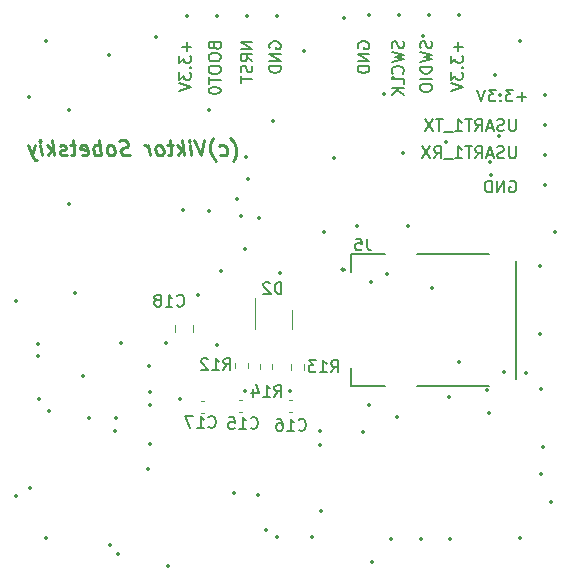
<source format=gbr>
%TF.GenerationSoftware,KiCad,Pcbnew,7.0.9*%
%TF.CreationDate,2024-01-29T23:24:25+02:00*%
%TF.ProjectId,TheftShield_Tracker,54686566-7453-4686-9965-6c645f547261,rev?*%
%TF.SameCoordinates,Original*%
%TF.FileFunction,Legend,Bot*%
%TF.FilePolarity,Positive*%
%FSLAX46Y46*%
G04 Gerber Fmt 4.6, Leading zero omitted, Abs format (unit mm)*
G04 Created by KiCad (PCBNEW 7.0.9) date 2024-01-29 23:24:25*
%MOMM*%
%LPD*%
G01*
G04 APERTURE LIST*
%ADD10C,0.150000*%
%ADD11C,0.254000*%
%ADD12C,0.120000*%
%ADD13C,0.200000*%
%ADD14C,0.240000*%
%ADD15C,0.350000*%
G04 APERTURE END LIST*
D10*
X151817438Y-81760588D02*
X151769819Y-81665350D01*
X151769819Y-81665350D02*
X151769819Y-81522493D01*
X151769819Y-81522493D02*
X151817438Y-81379636D01*
X151817438Y-81379636D02*
X151912676Y-81284398D01*
X151912676Y-81284398D02*
X152007914Y-81236779D01*
X152007914Y-81236779D02*
X152198390Y-81189160D01*
X152198390Y-81189160D02*
X152341247Y-81189160D01*
X152341247Y-81189160D02*
X152531723Y-81236779D01*
X152531723Y-81236779D02*
X152626961Y-81284398D01*
X152626961Y-81284398D02*
X152722200Y-81379636D01*
X152722200Y-81379636D02*
X152769819Y-81522493D01*
X152769819Y-81522493D02*
X152769819Y-81617731D01*
X152769819Y-81617731D02*
X152722200Y-81760588D01*
X152722200Y-81760588D02*
X152674580Y-81808207D01*
X152674580Y-81808207D02*
X152341247Y-81808207D01*
X152341247Y-81808207D02*
X152341247Y-81617731D01*
X152769819Y-82236779D02*
X151769819Y-82236779D01*
X151769819Y-82236779D02*
X152769819Y-82808207D01*
X152769819Y-82808207D02*
X151769819Y-82808207D01*
X152769819Y-83284398D02*
X151769819Y-83284398D01*
X151769819Y-83284398D02*
X151769819Y-83522493D01*
X151769819Y-83522493D02*
X151817438Y-83665350D01*
X151817438Y-83665350D02*
X151912676Y-83760588D01*
X151912676Y-83760588D02*
X152007914Y-83808207D01*
X152007914Y-83808207D02*
X152198390Y-83855826D01*
X152198390Y-83855826D02*
X152341247Y-83855826D01*
X152341247Y-83855826D02*
X152531723Y-83808207D01*
X152531723Y-83808207D02*
X152626961Y-83760588D01*
X152626961Y-83760588D02*
X152722200Y-83665350D01*
X152722200Y-83665350D02*
X152769819Y-83522493D01*
X152769819Y-83522493D02*
X152769819Y-83284398D01*
X147146009Y-81570112D02*
X147193628Y-81712969D01*
X147193628Y-81712969D02*
X147241247Y-81760588D01*
X147241247Y-81760588D02*
X147336485Y-81808207D01*
X147336485Y-81808207D02*
X147479342Y-81808207D01*
X147479342Y-81808207D02*
X147574580Y-81760588D01*
X147574580Y-81760588D02*
X147622200Y-81712969D01*
X147622200Y-81712969D02*
X147669819Y-81617731D01*
X147669819Y-81617731D02*
X147669819Y-81236779D01*
X147669819Y-81236779D02*
X146669819Y-81236779D01*
X146669819Y-81236779D02*
X146669819Y-81570112D01*
X146669819Y-81570112D02*
X146717438Y-81665350D01*
X146717438Y-81665350D02*
X146765057Y-81712969D01*
X146765057Y-81712969D02*
X146860295Y-81760588D01*
X146860295Y-81760588D02*
X146955533Y-81760588D01*
X146955533Y-81760588D02*
X147050771Y-81712969D01*
X147050771Y-81712969D02*
X147098390Y-81665350D01*
X147098390Y-81665350D02*
X147146009Y-81570112D01*
X147146009Y-81570112D02*
X147146009Y-81236779D01*
X146669819Y-82427255D02*
X146669819Y-82617731D01*
X146669819Y-82617731D02*
X146717438Y-82712969D01*
X146717438Y-82712969D02*
X146812676Y-82808207D01*
X146812676Y-82808207D02*
X147003152Y-82855826D01*
X147003152Y-82855826D02*
X147336485Y-82855826D01*
X147336485Y-82855826D02*
X147526961Y-82808207D01*
X147526961Y-82808207D02*
X147622200Y-82712969D01*
X147622200Y-82712969D02*
X147669819Y-82617731D01*
X147669819Y-82617731D02*
X147669819Y-82427255D01*
X147669819Y-82427255D02*
X147622200Y-82332017D01*
X147622200Y-82332017D02*
X147526961Y-82236779D01*
X147526961Y-82236779D02*
X147336485Y-82189160D01*
X147336485Y-82189160D02*
X147003152Y-82189160D01*
X147003152Y-82189160D02*
X146812676Y-82236779D01*
X146812676Y-82236779D02*
X146717438Y-82332017D01*
X146717438Y-82332017D02*
X146669819Y-82427255D01*
X146669819Y-83474874D02*
X146669819Y-83665350D01*
X146669819Y-83665350D02*
X146717438Y-83760588D01*
X146717438Y-83760588D02*
X146812676Y-83855826D01*
X146812676Y-83855826D02*
X147003152Y-83903445D01*
X147003152Y-83903445D02*
X147336485Y-83903445D01*
X147336485Y-83903445D02*
X147526961Y-83855826D01*
X147526961Y-83855826D02*
X147622200Y-83760588D01*
X147622200Y-83760588D02*
X147669819Y-83665350D01*
X147669819Y-83665350D02*
X147669819Y-83474874D01*
X147669819Y-83474874D02*
X147622200Y-83379636D01*
X147622200Y-83379636D02*
X147526961Y-83284398D01*
X147526961Y-83284398D02*
X147336485Y-83236779D01*
X147336485Y-83236779D02*
X147003152Y-83236779D01*
X147003152Y-83236779D02*
X146812676Y-83284398D01*
X146812676Y-83284398D02*
X146717438Y-83379636D01*
X146717438Y-83379636D02*
X146669819Y-83474874D01*
X146669819Y-84189160D02*
X146669819Y-84760588D01*
X147669819Y-84474874D02*
X146669819Y-84474874D01*
X146669819Y-85284398D02*
X146669819Y-85379636D01*
X146669819Y-85379636D02*
X146717438Y-85474874D01*
X146717438Y-85474874D02*
X146765057Y-85522493D01*
X146765057Y-85522493D02*
X146860295Y-85570112D01*
X146860295Y-85570112D02*
X147050771Y-85617731D01*
X147050771Y-85617731D02*
X147288866Y-85617731D01*
X147288866Y-85617731D02*
X147479342Y-85570112D01*
X147479342Y-85570112D02*
X147574580Y-85522493D01*
X147574580Y-85522493D02*
X147622200Y-85474874D01*
X147622200Y-85474874D02*
X147669819Y-85379636D01*
X147669819Y-85379636D02*
X147669819Y-85284398D01*
X147669819Y-85284398D02*
X147622200Y-85189160D01*
X147622200Y-85189160D02*
X147574580Y-85141541D01*
X147574580Y-85141541D02*
X147479342Y-85093922D01*
X147479342Y-85093922D02*
X147288866Y-85046303D01*
X147288866Y-85046303D02*
X147050771Y-85046303D01*
X147050771Y-85046303D02*
X146860295Y-85093922D01*
X146860295Y-85093922D02*
X146765057Y-85141541D01*
X146765057Y-85141541D02*
X146717438Y-85189160D01*
X146717438Y-85189160D02*
X146669819Y-85284398D01*
X172139411Y-93017438D02*
X172234649Y-92969819D01*
X172234649Y-92969819D02*
X172377506Y-92969819D01*
X172377506Y-92969819D02*
X172520363Y-93017438D01*
X172520363Y-93017438D02*
X172615601Y-93112676D01*
X172615601Y-93112676D02*
X172663220Y-93207914D01*
X172663220Y-93207914D02*
X172710839Y-93398390D01*
X172710839Y-93398390D02*
X172710839Y-93541247D01*
X172710839Y-93541247D02*
X172663220Y-93731723D01*
X172663220Y-93731723D02*
X172615601Y-93826961D01*
X172615601Y-93826961D02*
X172520363Y-93922200D01*
X172520363Y-93922200D02*
X172377506Y-93969819D01*
X172377506Y-93969819D02*
X172282268Y-93969819D01*
X172282268Y-93969819D02*
X172139411Y-93922200D01*
X172139411Y-93922200D02*
X172091792Y-93874580D01*
X172091792Y-93874580D02*
X172091792Y-93541247D01*
X172091792Y-93541247D02*
X172282268Y-93541247D01*
X171663220Y-93969819D02*
X171663220Y-92969819D01*
X171663220Y-92969819D02*
X171091792Y-93969819D01*
X171091792Y-93969819D02*
X171091792Y-92969819D01*
X170615601Y-93969819D02*
X170615601Y-92969819D01*
X170615601Y-92969819D02*
X170377506Y-92969819D01*
X170377506Y-92969819D02*
X170234649Y-93017438D01*
X170234649Y-93017438D02*
X170139411Y-93112676D01*
X170139411Y-93112676D02*
X170091792Y-93207914D01*
X170091792Y-93207914D02*
X170044173Y-93398390D01*
X170044173Y-93398390D02*
X170044173Y-93541247D01*
X170044173Y-93541247D02*
X170091792Y-93731723D01*
X170091792Y-93731723D02*
X170139411Y-93826961D01*
X170139411Y-93826961D02*
X170234649Y-93922200D01*
X170234649Y-93922200D02*
X170377506Y-93969819D01*
X170377506Y-93969819D02*
X170615601Y-93969819D01*
X163122200Y-81189160D02*
X163169819Y-81332017D01*
X163169819Y-81332017D02*
X163169819Y-81570112D01*
X163169819Y-81570112D02*
X163122200Y-81665350D01*
X163122200Y-81665350D02*
X163074580Y-81712969D01*
X163074580Y-81712969D02*
X162979342Y-81760588D01*
X162979342Y-81760588D02*
X162884104Y-81760588D01*
X162884104Y-81760588D02*
X162788866Y-81712969D01*
X162788866Y-81712969D02*
X162741247Y-81665350D01*
X162741247Y-81665350D02*
X162693628Y-81570112D01*
X162693628Y-81570112D02*
X162646009Y-81379636D01*
X162646009Y-81379636D02*
X162598390Y-81284398D01*
X162598390Y-81284398D02*
X162550771Y-81236779D01*
X162550771Y-81236779D02*
X162455533Y-81189160D01*
X162455533Y-81189160D02*
X162360295Y-81189160D01*
X162360295Y-81189160D02*
X162265057Y-81236779D01*
X162265057Y-81236779D02*
X162217438Y-81284398D01*
X162217438Y-81284398D02*
X162169819Y-81379636D01*
X162169819Y-81379636D02*
X162169819Y-81617731D01*
X162169819Y-81617731D02*
X162217438Y-81760588D01*
X162169819Y-82093922D02*
X163169819Y-82332017D01*
X163169819Y-82332017D02*
X162455533Y-82522493D01*
X162455533Y-82522493D02*
X163169819Y-82712969D01*
X163169819Y-82712969D02*
X162169819Y-82951065D01*
X163074580Y-83903445D02*
X163122200Y-83855826D01*
X163122200Y-83855826D02*
X163169819Y-83712969D01*
X163169819Y-83712969D02*
X163169819Y-83617731D01*
X163169819Y-83617731D02*
X163122200Y-83474874D01*
X163122200Y-83474874D02*
X163026961Y-83379636D01*
X163026961Y-83379636D02*
X162931723Y-83332017D01*
X162931723Y-83332017D02*
X162741247Y-83284398D01*
X162741247Y-83284398D02*
X162598390Y-83284398D01*
X162598390Y-83284398D02*
X162407914Y-83332017D01*
X162407914Y-83332017D02*
X162312676Y-83379636D01*
X162312676Y-83379636D02*
X162217438Y-83474874D01*
X162217438Y-83474874D02*
X162169819Y-83617731D01*
X162169819Y-83617731D02*
X162169819Y-83712969D01*
X162169819Y-83712969D02*
X162217438Y-83855826D01*
X162217438Y-83855826D02*
X162265057Y-83903445D01*
X163169819Y-84808207D02*
X163169819Y-84332017D01*
X163169819Y-84332017D02*
X162169819Y-84332017D01*
X163169819Y-85141541D02*
X162169819Y-85141541D01*
X163169819Y-85712969D02*
X162598390Y-85284398D01*
X162169819Y-85712969D02*
X162741247Y-85141541D01*
X167788866Y-81236779D02*
X167788866Y-81998684D01*
X168169819Y-81617731D02*
X167407914Y-81617731D01*
X167169819Y-82379636D02*
X167169819Y-82998683D01*
X167169819Y-82998683D02*
X167550771Y-82665350D01*
X167550771Y-82665350D02*
X167550771Y-82808207D01*
X167550771Y-82808207D02*
X167598390Y-82903445D01*
X167598390Y-82903445D02*
X167646009Y-82951064D01*
X167646009Y-82951064D02*
X167741247Y-82998683D01*
X167741247Y-82998683D02*
X167979342Y-82998683D01*
X167979342Y-82998683D02*
X168074580Y-82951064D01*
X168074580Y-82951064D02*
X168122200Y-82903445D01*
X168122200Y-82903445D02*
X168169819Y-82808207D01*
X168169819Y-82808207D02*
X168169819Y-82522493D01*
X168169819Y-82522493D02*
X168122200Y-82427255D01*
X168122200Y-82427255D02*
X168074580Y-82379636D01*
X168074580Y-83427255D02*
X168122200Y-83474874D01*
X168122200Y-83474874D02*
X168169819Y-83427255D01*
X168169819Y-83427255D02*
X168122200Y-83379636D01*
X168122200Y-83379636D02*
X168074580Y-83427255D01*
X168074580Y-83427255D02*
X168169819Y-83427255D01*
X167169819Y-83808207D02*
X167169819Y-84427254D01*
X167169819Y-84427254D02*
X167550771Y-84093921D01*
X167550771Y-84093921D02*
X167550771Y-84236778D01*
X167550771Y-84236778D02*
X167598390Y-84332016D01*
X167598390Y-84332016D02*
X167646009Y-84379635D01*
X167646009Y-84379635D02*
X167741247Y-84427254D01*
X167741247Y-84427254D02*
X167979342Y-84427254D01*
X167979342Y-84427254D02*
X168074580Y-84379635D01*
X168074580Y-84379635D02*
X168122200Y-84332016D01*
X168122200Y-84332016D02*
X168169819Y-84236778D01*
X168169819Y-84236778D02*
X168169819Y-83951064D01*
X168169819Y-83951064D02*
X168122200Y-83855826D01*
X168122200Y-83855826D02*
X168074580Y-83808207D01*
X167169819Y-84712969D02*
X168169819Y-85046302D01*
X168169819Y-85046302D02*
X167169819Y-85379635D01*
X165522200Y-81189160D02*
X165569819Y-81332017D01*
X165569819Y-81332017D02*
X165569819Y-81570112D01*
X165569819Y-81570112D02*
X165522200Y-81665350D01*
X165522200Y-81665350D02*
X165474580Y-81712969D01*
X165474580Y-81712969D02*
X165379342Y-81760588D01*
X165379342Y-81760588D02*
X165284104Y-81760588D01*
X165284104Y-81760588D02*
X165188866Y-81712969D01*
X165188866Y-81712969D02*
X165141247Y-81665350D01*
X165141247Y-81665350D02*
X165093628Y-81570112D01*
X165093628Y-81570112D02*
X165046009Y-81379636D01*
X165046009Y-81379636D02*
X164998390Y-81284398D01*
X164998390Y-81284398D02*
X164950771Y-81236779D01*
X164950771Y-81236779D02*
X164855533Y-81189160D01*
X164855533Y-81189160D02*
X164760295Y-81189160D01*
X164760295Y-81189160D02*
X164665057Y-81236779D01*
X164665057Y-81236779D02*
X164617438Y-81284398D01*
X164617438Y-81284398D02*
X164569819Y-81379636D01*
X164569819Y-81379636D02*
X164569819Y-81617731D01*
X164569819Y-81617731D02*
X164617438Y-81760588D01*
X164569819Y-82093922D02*
X165569819Y-82332017D01*
X165569819Y-82332017D02*
X164855533Y-82522493D01*
X164855533Y-82522493D02*
X165569819Y-82712969D01*
X165569819Y-82712969D02*
X164569819Y-82951065D01*
X165569819Y-83332017D02*
X164569819Y-83332017D01*
X164569819Y-83332017D02*
X164569819Y-83570112D01*
X164569819Y-83570112D02*
X164617438Y-83712969D01*
X164617438Y-83712969D02*
X164712676Y-83808207D01*
X164712676Y-83808207D02*
X164807914Y-83855826D01*
X164807914Y-83855826D02*
X164998390Y-83903445D01*
X164998390Y-83903445D02*
X165141247Y-83903445D01*
X165141247Y-83903445D02*
X165331723Y-83855826D01*
X165331723Y-83855826D02*
X165426961Y-83808207D01*
X165426961Y-83808207D02*
X165522200Y-83712969D01*
X165522200Y-83712969D02*
X165569819Y-83570112D01*
X165569819Y-83570112D02*
X165569819Y-83332017D01*
X165569819Y-84332017D02*
X164569819Y-84332017D01*
X164569819Y-84998683D02*
X164569819Y-85189159D01*
X164569819Y-85189159D02*
X164617438Y-85284397D01*
X164617438Y-85284397D02*
X164712676Y-85379635D01*
X164712676Y-85379635D02*
X164903152Y-85427254D01*
X164903152Y-85427254D02*
X165236485Y-85427254D01*
X165236485Y-85427254D02*
X165426961Y-85379635D01*
X165426961Y-85379635D02*
X165522200Y-85284397D01*
X165522200Y-85284397D02*
X165569819Y-85189159D01*
X165569819Y-85189159D02*
X165569819Y-84998683D01*
X165569819Y-84998683D02*
X165522200Y-84903445D01*
X165522200Y-84903445D02*
X165426961Y-84808207D01*
X165426961Y-84808207D02*
X165236485Y-84760588D01*
X165236485Y-84760588D02*
X164903152Y-84760588D01*
X164903152Y-84760588D02*
X164712676Y-84808207D01*
X164712676Y-84808207D02*
X164617438Y-84903445D01*
X164617438Y-84903445D02*
X164569819Y-84998683D01*
X144788866Y-81236779D02*
X144788866Y-81998684D01*
X145169819Y-81617731D02*
X144407914Y-81617731D01*
X144169819Y-82379636D02*
X144169819Y-82998683D01*
X144169819Y-82998683D02*
X144550771Y-82665350D01*
X144550771Y-82665350D02*
X144550771Y-82808207D01*
X144550771Y-82808207D02*
X144598390Y-82903445D01*
X144598390Y-82903445D02*
X144646009Y-82951064D01*
X144646009Y-82951064D02*
X144741247Y-82998683D01*
X144741247Y-82998683D02*
X144979342Y-82998683D01*
X144979342Y-82998683D02*
X145074580Y-82951064D01*
X145074580Y-82951064D02*
X145122200Y-82903445D01*
X145122200Y-82903445D02*
X145169819Y-82808207D01*
X145169819Y-82808207D02*
X145169819Y-82522493D01*
X145169819Y-82522493D02*
X145122200Y-82427255D01*
X145122200Y-82427255D02*
X145074580Y-82379636D01*
X145074580Y-83427255D02*
X145122200Y-83474874D01*
X145122200Y-83474874D02*
X145169819Y-83427255D01*
X145169819Y-83427255D02*
X145122200Y-83379636D01*
X145122200Y-83379636D02*
X145074580Y-83427255D01*
X145074580Y-83427255D02*
X145169819Y-83427255D01*
X144169819Y-83808207D02*
X144169819Y-84427254D01*
X144169819Y-84427254D02*
X144550771Y-84093921D01*
X144550771Y-84093921D02*
X144550771Y-84236778D01*
X144550771Y-84236778D02*
X144598390Y-84332016D01*
X144598390Y-84332016D02*
X144646009Y-84379635D01*
X144646009Y-84379635D02*
X144741247Y-84427254D01*
X144741247Y-84427254D02*
X144979342Y-84427254D01*
X144979342Y-84427254D02*
X145074580Y-84379635D01*
X145074580Y-84379635D02*
X145122200Y-84332016D01*
X145122200Y-84332016D02*
X145169819Y-84236778D01*
X145169819Y-84236778D02*
X145169819Y-83951064D01*
X145169819Y-83951064D02*
X145122200Y-83855826D01*
X145122200Y-83855826D02*
X145074580Y-83808207D01*
X144169819Y-84712969D02*
X145169819Y-85046302D01*
X145169819Y-85046302D02*
X144169819Y-85379635D01*
X173563220Y-85888866D02*
X172801316Y-85888866D01*
X173182268Y-86269819D02*
X173182268Y-85507914D01*
X172420363Y-85269819D02*
X171801316Y-85269819D01*
X171801316Y-85269819D02*
X172134649Y-85650771D01*
X172134649Y-85650771D02*
X171991792Y-85650771D01*
X171991792Y-85650771D02*
X171896554Y-85698390D01*
X171896554Y-85698390D02*
X171848935Y-85746009D01*
X171848935Y-85746009D02*
X171801316Y-85841247D01*
X171801316Y-85841247D02*
X171801316Y-86079342D01*
X171801316Y-86079342D02*
X171848935Y-86174580D01*
X171848935Y-86174580D02*
X171896554Y-86222200D01*
X171896554Y-86222200D02*
X171991792Y-86269819D01*
X171991792Y-86269819D02*
X172277506Y-86269819D01*
X172277506Y-86269819D02*
X172372744Y-86222200D01*
X172372744Y-86222200D02*
X172420363Y-86174580D01*
X171372744Y-86174580D02*
X171325125Y-86222200D01*
X171325125Y-86222200D02*
X171372744Y-86269819D01*
X171372744Y-86269819D02*
X171420363Y-86222200D01*
X171420363Y-86222200D02*
X171372744Y-86174580D01*
X171372744Y-86174580D02*
X171372744Y-86269819D01*
X170991792Y-85269819D02*
X170372745Y-85269819D01*
X170372745Y-85269819D02*
X170706078Y-85650771D01*
X170706078Y-85650771D02*
X170563221Y-85650771D01*
X170563221Y-85650771D02*
X170467983Y-85698390D01*
X170467983Y-85698390D02*
X170420364Y-85746009D01*
X170420364Y-85746009D02*
X170372745Y-85841247D01*
X170372745Y-85841247D02*
X170372745Y-86079342D01*
X170372745Y-86079342D02*
X170420364Y-86174580D01*
X170420364Y-86174580D02*
X170467983Y-86222200D01*
X170467983Y-86222200D02*
X170563221Y-86269819D01*
X170563221Y-86269819D02*
X170848935Y-86269819D01*
X170848935Y-86269819D02*
X170944173Y-86222200D01*
X170944173Y-86222200D02*
X170991792Y-86174580D01*
X170087030Y-85269819D02*
X169753697Y-86269819D01*
X169753697Y-86269819D02*
X169420364Y-85269819D01*
X172663220Y-87769819D02*
X172663220Y-88579342D01*
X172663220Y-88579342D02*
X172615601Y-88674580D01*
X172615601Y-88674580D02*
X172567982Y-88722200D01*
X172567982Y-88722200D02*
X172472744Y-88769819D01*
X172472744Y-88769819D02*
X172282268Y-88769819D01*
X172282268Y-88769819D02*
X172187030Y-88722200D01*
X172187030Y-88722200D02*
X172139411Y-88674580D01*
X172139411Y-88674580D02*
X172091792Y-88579342D01*
X172091792Y-88579342D02*
X172091792Y-87769819D01*
X171663220Y-88722200D02*
X171520363Y-88769819D01*
X171520363Y-88769819D02*
X171282268Y-88769819D01*
X171282268Y-88769819D02*
X171187030Y-88722200D01*
X171187030Y-88722200D02*
X171139411Y-88674580D01*
X171139411Y-88674580D02*
X171091792Y-88579342D01*
X171091792Y-88579342D02*
X171091792Y-88484104D01*
X171091792Y-88484104D02*
X171139411Y-88388866D01*
X171139411Y-88388866D02*
X171187030Y-88341247D01*
X171187030Y-88341247D02*
X171282268Y-88293628D01*
X171282268Y-88293628D02*
X171472744Y-88246009D01*
X171472744Y-88246009D02*
X171567982Y-88198390D01*
X171567982Y-88198390D02*
X171615601Y-88150771D01*
X171615601Y-88150771D02*
X171663220Y-88055533D01*
X171663220Y-88055533D02*
X171663220Y-87960295D01*
X171663220Y-87960295D02*
X171615601Y-87865057D01*
X171615601Y-87865057D02*
X171567982Y-87817438D01*
X171567982Y-87817438D02*
X171472744Y-87769819D01*
X171472744Y-87769819D02*
X171234649Y-87769819D01*
X171234649Y-87769819D02*
X171091792Y-87817438D01*
X170710839Y-88484104D02*
X170234649Y-88484104D01*
X170806077Y-88769819D02*
X170472744Y-87769819D01*
X170472744Y-87769819D02*
X170139411Y-88769819D01*
X169234649Y-88769819D02*
X169567982Y-88293628D01*
X169806077Y-88769819D02*
X169806077Y-87769819D01*
X169806077Y-87769819D02*
X169425125Y-87769819D01*
X169425125Y-87769819D02*
X169329887Y-87817438D01*
X169329887Y-87817438D02*
X169282268Y-87865057D01*
X169282268Y-87865057D02*
X169234649Y-87960295D01*
X169234649Y-87960295D02*
X169234649Y-88103152D01*
X169234649Y-88103152D02*
X169282268Y-88198390D01*
X169282268Y-88198390D02*
X169329887Y-88246009D01*
X169329887Y-88246009D02*
X169425125Y-88293628D01*
X169425125Y-88293628D02*
X169806077Y-88293628D01*
X168948934Y-87769819D02*
X168377506Y-87769819D01*
X168663220Y-88769819D02*
X168663220Y-87769819D01*
X167520363Y-88769819D02*
X168091791Y-88769819D01*
X167806077Y-88769819D02*
X167806077Y-87769819D01*
X167806077Y-87769819D02*
X167901315Y-87912676D01*
X167901315Y-87912676D02*
X167996553Y-88007914D01*
X167996553Y-88007914D02*
X168091791Y-88055533D01*
X167329887Y-88865057D02*
X166567982Y-88865057D01*
X166472743Y-87769819D02*
X165901315Y-87769819D01*
X166187029Y-88769819D02*
X166187029Y-87769819D01*
X165663219Y-87769819D02*
X164996553Y-88769819D01*
X164996553Y-87769819D02*
X165663219Y-88769819D01*
X159317438Y-81760588D02*
X159269819Y-81665350D01*
X159269819Y-81665350D02*
X159269819Y-81522493D01*
X159269819Y-81522493D02*
X159317438Y-81379636D01*
X159317438Y-81379636D02*
X159412676Y-81284398D01*
X159412676Y-81284398D02*
X159507914Y-81236779D01*
X159507914Y-81236779D02*
X159698390Y-81189160D01*
X159698390Y-81189160D02*
X159841247Y-81189160D01*
X159841247Y-81189160D02*
X160031723Y-81236779D01*
X160031723Y-81236779D02*
X160126961Y-81284398D01*
X160126961Y-81284398D02*
X160222200Y-81379636D01*
X160222200Y-81379636D02*
X160269819Y-81522493D01*
X160269819Y-81522493D02*
X160269819Y-81617731D01*
X160269819Y-81617731D02*
X160222200Y-81760588D01*
X160222200Y-81760588D02*
X160174580Y-81808207D01*
X160174580Y-81808207D02*
X159841247Y-81808207D01*
X159841247Y-81808207D02*
X159841247Y-81617731D01*
X160269819Y-82236779D02*
X159269819Y-82236779D01*
X159269819Y-82236779D02*
X160269819Y-82808207D01*
X160269819Y-82808207D02*
X159269819Y-82808207D01*
X160269819Y-83284398D02*
X159269819Y-83284398D01*
X159269819Y-83284398D02*
X159269819Y-83522493D01*
X159269819Y-83522493D02*
X159317438Y-83665350D01*
X159317438Y-83665350D02*
X159412676Y-83760588D01*
X159412676Y-83760588D02*
X159507914Y-83808207D01*
X159507914Y-83808207D02*
X159698390Y-83855826D01*
X159698390Y-83855826D02*
X159841247Y-83855826D01*
X159841247Y-83855826D02*
X160031723Y-83808207D01*
X160031723Y-83808207D02*
X160126961Y-83760588D01*
X160126961Y-83760588D02*
X160222200Y-83665350D01*
X160222200Y-83665350D02*
X160269819Y-83522493D01*
X160269819Y-83522493D02*
X160269819Y-83284398D01*
X172663220Y-90069819D02*
X172663220Y-90879342D01*
X172663220Y-90879342D02*
X172615601Y-90974580D01*
X172615601Y-90974580D02*
X172567982Y-91022200D01*
X172567982Y-91022200D02*
X172472744Y-91069819D01*
X172472744Y-91069819D02*
X172282268Y-91069819D01*
X172282268Y-91069819D02*
X172187030Y-91022200D01*
X172187030Y-91022200D02*
X172139411Y-90974580D01*
X172139411Y-90974580D02*
X172091792Y-90879342D01*
X172091792Y-90879342D02*
X172091792Y-90069819D01*
X171663220Y-91022200D02*
X171520363Y-91069819D01*
X171520363Y-91069819D02*
X171282268Y-91069819D01*
X171282268Y-91069819D02*
X171187030Y-91022200D01*
X171187030Y-91022200D02*
X171139411Y-90974580D01*
X171139411Y-90974580D02*
X171091792Y-90879342D01*
X171091792Y-90879342D02*
X171091792Y-90784104D01*
X171091792Y-90784104D02*
X171139411Y-90688866D01*
X171139411Y-90688866D02*
X171187030Y-90641247D01*
X171187030Y-90641247D02*
X171282268Y-90593628D01*
X171282268Y-90593628D02*
X171472744Y-90546009D01*
X171472744Y-90546009D02*
X171567982Y-90498390D01*
X171567982Y-90498390D02*
X171615601Y-90450771D01*
X171615601Y-90450771D02*
X171663220Y-90355533D01*
X171663220Y-90355533D02*
X171663220Y-90260295D01*
X171663220Y-90260295D02*
X171615601Y-90165057D01*
X171615601Y-90165057D02*
X171567982Y-90117438D01*
X171567982Y-90117438D02*
X171472744Y-90069819D01*
X171472744Y-90069819D02*
X171234649Y-90069819D01*
X171234649Y-90069819D02*
X171091792Y-90117438D01*
X170710839Y-90784104D02*
X170234649Y-90784104D01*
X170806077Y-91069819D02*
X170472744Y-90069819D01*
X170472744Y-90069819D02*
X170139411Y-91069819D01*
X169234649Y-91069819D02*
X169567982Y-90593628D01*
X169806077Y-91069819D02*
X169806077Y-90069819D01*
X169806077Y-90069819D02*
X169425125Y-90069819D01*
X169425125Y-90069819D02*
X169329887Y-90117438D01*
X169329887Y-90117438D02*
X169282268Y-90165057D01*
X169282268Y-90165057D02*
X169234649Y-90260295D01*
X169234649Y-90260295D02*
X169234649Y-90403152D01*
X169234649Y-90403152D02*
X169282268Y-90498390D01*
X169282268Y-90498390D02*
X169329887Y-90546009D01*
X169329887Y-90546009D02*
X169425125Y-90593628D01*
X169425125Y-90593628D02*
X169806077Y-90593628D01*
X168948934Y-90069819D02*
X168377506Y-90069819D01*
X168663220Y-91069819D02*
X168663220Y-90069819D01*
X167520363Y-91069819D02*
X168091791Y-91069819D01*
X167806077Y-91069819D02*
X167806077Y-90069819D01*
X167806077Y-90069819D02*
X167901315Y-90212676D01*
X167901315Y-90212676D02*
X167996553Y-90307914D01*
X167996553Y-90307914D02*
X168091791Y-90355533D01*
X167329887Y-91165057D02*
X166567982Y-91165057D01*
X165758458Y-91069819D02*
X166091791Y-90593628D01*
X166329886Y-91069819D02*
X166329886Y-90069819D01*
X166329886Y-90069819D02*
X165948934Y-90069819D01*
X165948934Y-90069819D02*
X165853696Y-90117438D01*
X165853696Y-90117438D02*
X165806077Y-90165057D01*
X165806077Y-90165057D02*
X165758458Y-90260295D01*
X165758458Y-90260295D02*
X165758458Y-90403152D01*
X165758458Y-90403152D02*
X165806077Y-90498390D01*
X165806077Y-90498390D02*
X165853696Y-90546009D01*
X165853696Y-90546009D02*
X165948934Y-90593628D01*
X165948934Y-90593628D02*
X166329886Y-90593628D01*
X165425124Y-90069819D02*
X164758458Y-91069819D01*
X164758458Y-90069819D02*
X165425124Y-91069819D01*
D11*
X148735692Y-91315177D02*
X148788609Y-91254701D01*
X148788609Y-91254701D02*
X148886883Y-91073272D01*
X148886883Y-91073272D02*
X148932240Y-90952320D01*
X148932240Y-90952320D02*
X148970037Y-90770892D01*
X148970037Y-90770892D02*
X148992716Y-90468511D01*
X148992716Y-90468511D02*
X148962478Y-90226606D01*
X148962478Y-90226606D02*
X148864204Y-89924225D01*
X148864204Y-89924225D02*
X148781049Y-89742796D01*
X148781049Y-89742796D02*
X148705454Y-89621844D01*
X148705454Y-89621844D02*
X148561823Y-89440415D01*
X148561823Y-89440415D02*
X148493787Y-89379939D01*
X147639561Y-90770892D02*
X147768073Y-90831368D01*
X147768073Y-90831368D02*
X148009978Y-90831368D01*
X148009978Y-90831368D02*
X148123370Y-90770892D01*
X148123370Y-90770892D02*
X148176287Y-90710415D01*
X148176287Y-90710415D02*
X148221644Y-90589463D01*
X148221644Y-90589463D02*
X148176287Y-90226606D01*
X148176287Y-90226606D02*
X148100692Y-90105653D01*
X148100692Y-90105653D02*
X148032656Y-90045177D01*
X148032656Y-90045177D02*
X147904144Y-89984701D01*
X147904144Y-89984701D02*
X147662239Y-89984701D01*
X147662239Y-89984701D02*
X147548847Y-90045177D01*
X147284264Y-91315177D02*
X147216228Y-91254701D01*
X147216228Y-91254701D02*
X147072597Y-91073272D01*
X147072597Y-91073272D02*
X146997002Y-90952320D01*
X146997002Y-90952320D02*
X146913847Y-90770892D01*
X146913847Y-90770892D02*
X146815573Y-90468511D01*
X146815573Y-90468511D02*
X146785335Y-90226606D01*
X146785335Y-90226606D02*
X146808014Y-89924225D01*
X146808014Y-89924225D02*
X146845811Y-89742796D01*
X146845811Y-89742796D02*
X146891168Y-89621844D01*
X146891168Y-89621844D02*
X146989442Y-89440415D01*
X146989442Y-89440415D02*
X147042359Y-89379939D01*
X146278847Y-89561368D02*
X146014263Y-90831368D01*
X146014263Y-90831368D02*
X145432180Y-89561368D01*
X145167597Y-90831368D02*
X145061764Y-89984701D01*
X145008847Y-89561368D02*
X145076883Y-89621844D01*
X145076883Y-89621844D02*
X145023966Y-89682320D01*
X145023966Y-89682320D02*
X144955930Y-89621844D01*
X144955930Y-89621844D02*
X145008847Y-89561368D01*
X145008847Y-89561368D02*
X145023966Y-89682320D01*
X144562835Y-90831368D02*
X144404085Y-89561368D01*
X144381407Y-90347558D02*
X144079026Y-90831368D01*
X143973192Y-89984701D02*
X144517478Y-90468511D01*
X143610335Y-89984701D02*
X143126526Y-89984701D01*
X143375990Y-89561368D02*
X143512062Y-90649939D01*
X143512062Y-90649939D02*
X143466704Y-90770892D01*
X143466704Y-90770892D02*
X143353312Y-90831368D01*
X143353312Y-90831368D02*
X143232359Y-90831368D01*
X142627598Y-90831368D02*
X142740990Y-90770892D01*
X142740990Y-90770892D02*
X142793907Y-90710415D01*
X142793907Y-90710415D02*
X142839264Y-90589463D01*
X142839264Y-90589463D02*
X142793907Y-90226606D01*
X142793907Y-90226606D02*
X142718312Y-90105653D01*
X142718312Y-90105653D02*
X142650276Y-90045177D01*
X142650276Y-90045177D02*
X142521764Y-89984701D01*
X142521764Y-89984701D02*
X142340336Y-89984701D01*
X142340336Y-89984701D02*
X142226943Y-90045177D01*
X142226943Y-90045177D02*
X142174026Y-90105653D01*
X142174026Y-90105653D02*
X142128669Y-90226606D01*
X142128669Y-90226606D02*
X142174026Y-90589463D01*
X142174026Y-90589463D02*
X142249621Y-90710415D01*
X142249621Y-90710415D02*
X142317657Y-90770892D01*
X142317657Y-90770892D02*
X142446169Y-90831368D01*
X142446169Y-90831368D02*
X142627598Y-90831368D01*
X141659978Y-90831368D02*
X141554145Y-89984701D01*
X141584383Y-90226606D02*
X141508788Y-90105653D01*
X141508788Y-90105653D02*
X141440752Y-90045177D01*
X141440752Y-90045177D02*
X141312240Y-89984701D01*
X141312240Y-89984701D02*
X141191288Y-89984701D01*
X139959086Y-90770892D02*
X139785217Y-90831368D01*
X139785217Y-90831368D02*
X139482836Y-90831368D01*
X139482836Y-90831368D02*
X139354324Y-90770892D01*
X139354324Y-90770892D02*
X139286288Y-90710415D01*
X139286288Y-90710415D02*
X139210693Y-90589463D01*
X139210693Y-90589463D02*
X139195574Y-90468511D01*
X139195574Y-90468511D02*
X139240931Y-90347558D01*
X139240931Y-90347558D02*
X139293848Y-90287082D01*
X139293848Y-90287082D02*
X139407241Y-90226606D01*
X139407241Y-90226606D02*
X139641586Y-90166130D01*
X139641586Y-90166130D02*
X139754979Y-90105653D01*
X139754979Y-90105653D02*
X139807895Y-90045177D01*
X139807895Y-90045177D02*
X139853252Y-89924225D01*
X139853252Y-89924225D02*
X139838133Y-89803272D01*
X139838133Y-89803272D02*
X139762538Y-89682320D01*
X139762538Y-89682320D02*
X139694502Y-89621844D01*
X139694502Y-89621844D02*
X139565991Y-89561368D01*
X139565991Y-89561368D02*
X139263610Y-89561368D01*
X139263610Y-89561368D02*
X139089741Y-89621844D01*
X138515217Y-90831368D02*
X138628609Y-90770892D01*
X138628609Y-90770892D02*
X138681526Y-90710415D01*
X138681526Y-90710415D02*
X138726883Y-90589463D01*
X138726883Y-90589463D02*
X138681526Y-90226606D01*
X138681526Y-90226606D02*
X138605931Y-90105653D01*
X138605931Y-90105653D02*
X138537895Y-90045177D01*
X138537895Y-90045177D02*
X138409383Y-89984701D01*
X138409383Y-89984701D02*
X138227955Y-89984701D01*
X138227955Y-89984701D02*
X138114562Y-90045177D01*
X138114562Y-90045177D02*
X138061645Y-90105653D01*
X138061645Y-90105653D02*
X138016288Y-90226606D01*
X138016288Y-90226606D02*
X138061645Y-90589463D01*
X138061645Y-90589463D02*
X138137240Y-90710415D01*
X138137240Y-90710415D02*
X138205276Y-90770892D01*
X138205276Y-90770892D02*
X138333788Y-90831368D01*
X138333788Y-90831368D02*
X138515217Y-90831368D01*
X137547597Y-90831368D02*
X137388847Y-89561368D01*
X137449323Y-90045177D02*
X137320811Y-89984701D01*
X137320811Y-89984701D02*
X137078907Y-89984701D01*
X137078907Y-89984701D02*
X136965514Y-90045177D01*
X136965514Y-90045177D02*
X136912597Y-90105653D01*
X136912597Y-90105653D02*
X136867240Y-90226606D01*
X136867240Y-90226606D02*
X136912597Y-90589463D01*
X136912597Y-90589463D02*
X136988192Y-90710415D01*
X136988192Y-90710415D02*
X137056228Y-90770892D01*
X137056228Y-90770892D02*
X137184740Y-90831368D01*
X137184740Y-90831368D02*
X137426645Y-90831368D01*
X137426645Y-90831368D02*
X137540038Y-90770892D01*
X135907180Y-90770892D02*
X136035692Y-90831368D01*
X136035692Y-90831368D02*
X136277597Y-90831368D01*
X136277597Y-90831368D02*
X136390990Y-90770892D01*
X136390990Y-90770892D02*
X136436347Y-90649939D01*
X136436347Y-90649939D02*
X136375871Y-90166130D01*
X136375871Y-90166130D02*
X136300275Y-90045177D01*
X136300275Y-90045177D02*
X136171763Y-89984701D01*
X136171763Y-89984701D02*
X135929859Y-89984701D01*
X135929859Y-89984701D02*
X135816466Y-90045177D01*
X135816466Y-90045177D02*
X135771109Y-90166130D01*
X135771109Y-90166130D02*
X135786228Y-90287082D01*
X135786228Y-90287082D02*
X136406109Y-90408034D01*
X135385573Y-89984701D02*
X134901764Y-89984701D01*
X135151228Y-89561368D02*
X135287300Y-90649939D01*
X135287300Y-90649939D02*
X135241942Y-90770892D01*
X135241942Y-90770892D02*
X135128550Y-90831368D01*
X135128550Y-90831368D02*
X135007597Y-90831368D01*
X134637181Y-90770892D02*
X134523788Y-90831368D01*
X134523788Y-90831368D02*
X134281883Y-90831368D01*
X134281883Y-90831368D02*
X134153371Y-90770892D01*
X134153371Y-90770892D02*
X134077776Y-90649939D01*
X134077776Y-90649939D02*
X134070216Y-90589463D01*
X134070216Y-90589463D02*
X134115574Y-90468511D01*
X134115574Y-90468511D02*
X134228966Y-90408034D01*
X134228966Y-90408034D02*
X134410395Y-90408034D01*
X134410395Y-90408034D02*
X134523788Y-90347558D01*
X134523788Y-90347558D02*
X134569145Y-90226606D01*
X134569145Y-90226606D02*
X134561586Y-90166130D01*
X134561586Y-90166130D02*
X134485990Y-90045177D01*
X134485990Y-90045177D02*
X134357478Y-89984701D01*
X134357478Y-89984701D02*
X134176050Y-89984701D01*
X134176050Y-89984701D02*
X134062657Y-90045177D01*
X133556169Y-90831368D02*
X133397419Y-89561368D01*
X133374741Y-90347558D02*
X133072360Y-90831368D01*
X132966526Y-89984701D02*
X133510812Y-90468511D01*
X132528074Y-90831368D02*
X132422241Y-89984701D01*
X132369324Y-89561368D02*
X132437360Y-89621844D01*
X132437360Y-89621844D02*
X132384443Y-89682320D01*
X132384443Y-89682320D02*
X132316407Y-89621844D01*
X132316407Y-89621844D02*
X132369324Y-89561368D01*
X132369324Y-89561368D02*
X132384443Y-89682320D01*
X131938431Y-89984701D02*
X131741884Y-90831368D01*
X131333669Y-89984701D02*
X131741884Y-90831368D01*
X131741884Y-90831368D02*
X131900634Y-91133749D01*
X131900634Y-91133749D02*
X131968669Y-91194225D01*
X131968669Y-91194225D02*
X132097181Y-91254701D01*
D10*
X150369819Y-81236779D02*
X149369819Y-81236779D01*
X149369819Y-81236779D02*
X150369819Y-81808207D01*
X150369819Y-81808207D02*
X149369819Y-81808207D01*
X150369819Y-82855826D02*
X149893628Y-82522493D01*
X150369819Y-82284398D02*
X149369819Y-82284398D01*
X149369819Y-82284398D02*
X149369819Y-82665350D01*
X149369819Y-82665350D02*
X149417438Y-82760588D01*
X149417438Y-82760588D02*
X149465057Y-82808207D01*
X149465057Y-82808207D02*
X149560295Y-82855826D01*
X149560295Y-82855826D02*
X149703152Y-82855826D01*
X149703152Y-82855826D02*
X149798390Y-82808207D01*
X149798390Y-82808207D02*
X149846009Y-82760588D01*
X149846009Y-82760588D02*
X149893628Y-82665350D01*
X149893628Y-82665350D02*
X149893628Y-82284398D01*
X150322200Y-83236779D02*
X150369819Y-83379636D01*
X150369819Y-83379636D02*
X150369819Y-83617731D01*
X150369819Y-83617731D02*
X150322200Y-83712969D01*
X150322200Y-83712969D02*
X150274580Y-83760588D01*
X150274580Y-83760588D02*
X150179342Y-83808207D01*
X150179342Y-83808207D02*
X150084104Y-83808207D01*
X150084104Y-83808207D02*
X149988866Y-83760588D01*
X149988866Y-83760588D02*
X149941247Y-83712969D01*
X149941247Y-83712969D02*
X149893628Y-83617731D01*
X149893628Y-83617731D02*
X149846009Y-83427255D01*
X149846009Y-83427255D02*
X149798390Y-83332017D01*
X149798390Y-83332017D02*
X149750771Y-83284398D01*
X149750771Y-83284398D02*
X149655533Y-83236779D01*
X149655533Y-83236779D02*
X149560295Y-83236779D01*
X149560295Y-83236779D02*
X149465057Y-83284398D01*
X149465057Y-83284398D02*
X149417438Y-83332017D01*
X149417438Y-83332017D02*
X149369819Y-83427255D01*
X149369819Y-83427255D02*
X149369819Y-83665350D01*
X149369819Y-83665350D02*
X149417438Y-83808207D01*
X149369819Y-84093922D02*
X149369819Y-84665350D01*
X150369819Y-84379636D02*
X149369819Y-84379636D01*
X152807894Y-102562819D02*
X152807894Y-101562819D01*
X152807894Y-101562819D02*
X152569799Y-101562819D01*
X152569799Y-101562819D02*
X152426942Y-101610438D01*
X152426942Y-101610438D02*
X152331704Y-101705676D01*
X152331704Y-101705676D02*
X152284085Y-101800914D01*
X152284085Y-101800914D02*
X152236466Y-101991390D01*
X152236466Y-101991390D02*
X152236466Y-102134247D01*
X152236466Y-102134247D02*
X152284085Y-102324723D01*
X152284085Y-102324723D02*
X152331704Y-102419961D01*
X152331704Y-102419961D02*
X152426942Y-102515200D01*
X152426942Y-102515200D02*
X152569799Y-102562819D01*
X152569799Y-102562819D02*
X152807894Y-102562819D01*
X151855513Y-101658057D02*
X151807894Y-101610438D01*
X151807894Y-101610438D02*
X151712656Y-101562819D01*
X151712656Y-101562819D02*
X151474561Y-101562819D01*
X151474561Y-101562819D02*
X151379323Y-101610438D01*
X151379323Y-101610438D02*
X151331704Y-101658057D01*
X151331704Y-101658057D02*
X151284085Y-101753295D01*
X151284085Y-101753295D02*
X151284085Y-101848533D01*
X151284085Y-101848533D02*
X151331704Y-101991390D01*
X151331704Y-101991390D02*
X151903132Y-102562819D01*
X151903132Y-102562819D02*
X151284085Y-102562819D01*
X147912057Y-109014419D02*
X148245390Y-108538228D01*
X148483485Y-109014419D02*
X148483485Y-108014419D01*
X148483485Y-108014419D02*
X148102533Y-108014419D01*
X148102533Y-108014419D02*
X148007295Y-108062038D01*
X148007295Y-108062038D02*
X147959676Y-108109657D01*
X147959676Y-108109657D02*
X147912057Y-108204895D01*
X147912057Y-108204895D02*
X147912057Y-108347752D01*
X147912057Y-108347752D02*
X147959676Y-108442990D01*
X147959676Y-108442990D02*
X148007295Y-108490609D01*
X148007295Y-108490609D02*
X148102533Y-108538228D01*
X148102533Y-108538228D02*
X148483485Y-108538228D01*
X146959676Y-109014419D02*
X147531104Y-109014419D01*
X147245390Y-109014419D02*
X147245390Y-108014419D01*
X147245390Y-108014419D02*
X147340628Y-108157276D01*
X147340628Y-108157276D02*
X147435866Y-108252514D01*
X147435866Y-108252514D02*
X147531104Y-108300133D01*
X146578723Y-108109657D02*
X146531104Y-108062038D01*
X146531104Y-108062038D02*
X146435866Y-108014419D01*
X146435866Y-108014419D02*
X146197771Y-108014419D01*
X146197771Y-108014419D02*
X146102533Y-108062038D01*
X146102533Y-108062038D02*
X146054914Y-108109657D01*
X146054914Y-108109657D02*
X146007295Y-108204895D01*
X146007295Y-108204895D02*
X146007295Y-108300133D01*
X146007295Y-108300133D02*
X146054914Y-108442990D01*
X146054914Y-108442990D02*
X146626342Y-109014419D01*
X146626342Y-109014419D02*
X146007295Y-109014419D01*
X152230057Y-111275019D02*
X152563390Y-110798828D01*
X152801485Y-111275019D02*
X152801485Y-110275019D01*
X152801485Y-110275019D02*
X152420533Y-110275019D01*
X152420533Y-110275019D02*
X152325295Y-110322638D01*
X152325295Y-110322638D02*
X152277676Y-110370257D01*
X152277676Y-110370257D02*
X152230057Y-110465495D01*
X152230057Y-110465495D02*
X152230057Y-110608352D01*
X152230057Y-110608352D02*
X152277676Y-110703590D01*
X152277676Y-110703590D02*
X152325295Y-110751209D01*
X152325295Y-110751209D02*
X152420533Y-110798828D01*
X152420533Y-110798828D02*
X152801485Y-110798828D01*
X151277676Y-111275019D02*
X151849104Y-111275019D01*
X151563390Y-111275019D02*
X151563390Y-110275019D01*
X151563390Y-110275019D02*
X151658628Y-110417876D01*
X151658628Y-110417876D02*
X151753866Y-110513114D01*
X151753866Y-110513114D02*
X151849104Y-110560733D01*
X150420533Y-110608352D02*
X150420533Y-111275019D01*
X150658628Y-110227400D02*
X150896723Y-110941685D01*
X150896723Y-110941685D02*
X150277676Y-110941685D01*
X150223457Y-113897580D02*
X150271076Y-113945200D01*
X150271076Y-113945200D02*
X150413933Y-113992819D01*
X150413933Y-113992819D02*
X150509171Y-113992819D01*
X150509171Y-113992819D02*
X150652028Y-113945200D01*
X150652028Y-113945200D02*
X150747266Y-113849961D01*
X150747266Y-113849961D02*
X150794885Y-113754723D01*
X150794885Y-113754723D02*
X150842504Y-113564247D01*
X150842504Y-113564247D02*
X150842504Y-113421390D01*
X150842504Y-113421390D02*
X150794885Y-113230914D01*
X150794885Y-113230914D02*
X150747266Y-113135676D01*
X150747266Y-113135676D02*
X150652028Y-113040438D01*
X150652028Y-113040438D02*
X150509171Y-112992819D01*
X150509171Y-112992819D02*
X150413933Y-112992819D01*
X150413933Y-112992819D02*
X150271076Y-113040438D01*
X150271076Y-113040438D02*
X150223457Y-113088057D01*
X149271076Y-113992819D02*
X149842504Y-113992819D01*
X149556790Y-113992819D02*
X149556790Y-112992819D01*
X149556790Y-112992819D02*
X149652028Y-113135676D01*
X149652028Y-113135676D02*
X149747266Y-113230914D01*
X149747266Y-113230914D02*
X149842504Y-113278533D01*
X148366314Y-112992819D02*
X148842504Y-112992819D01*
X148842504Y-112992819D02*
X148890123Y-113469009D01*
X148890123Y-113469009D02*
X148842504Y-113421390D01*
X148842504Y-113421390D02*
X148747266Y-113373771D01*
X148747266Y-113373771D02*
X148509171Y-113373771D01*
X148509171Y-113373771D02*
X148413933Y-113421390D01*
X148413933Y-113421390D02*
X148366314Y-113469009D01*
X148366314Y-113469009D02*
X148318695Y-113564247D01*
X148318695Y-113564247D02*
X148318695Y-113802342D01*
X148318695Y-113802342D02*
X148366314Y-113897580D01*
X148366314Y-113897580D02*
X148413933Y-113945200D01*
X148413933Y-113945200D02*
X148509171Y-113992819D01*
X148509171Y-113992819D02*
X148747266Y-113992819D01*
X148747266Y-113992819D02*
X148842504Y-113945200D01*
X148842504Y-113945200D02*
X148890123Y-113897580D01*
X143975057Y-103534380D02*
X144022676Y-103582000D01*
X144022676Y-103582000D02*
X144165533Y-103629619D01*
X144165533Y-103629619D02*
X144260771Y-103629619D01*
X144260771Y-103629619D02*
X144403628Y-103582000D01*
X144403628Y-103582000D02*
X144498866Y-103486761D01*
X144498866Y-103486761D02*
X144546485Y-103391523D01*
X144546485Y-103391523D02*
X144594104Y-103201047D01*
X144594104Y-103201047D02*
X144594104Y-103058190D01*
X144594104Y-103058190D02*
X144546485Y-102867714D01*
X144546485Y-102867714D02*
X144498866Y-102772476D01*
X144498866Y-102772476D02*
X144403628Y-102677238D01*
X144403628Y-102677238D02*
X144260771Y-102629619D01*
X144260771Y-102629619D02*
X144165533Y-102629619D01*
X144165533Y-102629619D02*
X144022676Y-102677238D01*
X144022676Y-102677238D02*
X143975057Y-102724857D01*
X143022676Y-103629619D02*
X143594104Y-103629619D01*
X143308390Y-103629619D02*
X143308390Y-102629619D01*
X143308390Y-102629619D02*
X143403628Y-102772476D01*
X143403628Y-102772476D02*
X143498866Y-102867714D01*
X143498866Y-102867714D02*
X143594104Y-102915333D01*
X142451247Y-103058190D02*
X142546485Y-103010571D01*
X142546485Y-103010571D02*
X142594104Y-102962952D01*
X142594104Y-102962952D02*
X142641723Y-102867714D01*
X142641723Y-102867714D02*
X142641723Y-102820095D01*
X142641723Y-102820095D02*
X142594104Y-102724857D01*
X142594104Y-102724857D02*
X142546485Y-102677238D01*
X142546485Y-102677238D02*
X142451247Y-102629619D01*
X142451247Y-102629619D02*
X142260771Y-102629619D01*
X142260771Y-102629619D02*
X142165533Y-102677238D01*
X142165533Y-102677238D02*
X142117914Y-102724857D01*
X142117914Y-102724857D02*
X142070295Y-102820095D01*
X142070295Y-102820095D02*
X142070295Y-102867714D01*
X142070295Y-102867714D02*
X142117914Y-102962952D01*
X142117914Y-102962952D02*
X142165533Y-103010571D01*
X142165533Y-103010571D02*
X142260771Y-103058190D01*
X142260771Y-103058190D02*
X142451247Y-103058190D01*
X142451247Y-103058190D02*
X142546485Y-103105809D01*
X142546485Y-103105809D02*
X142594104Y-103153428D01*
X142594104Y-103153428D02*
X142641723Y-103248666D01*
X142641723Y-103248666D02*
X142641723Y-103439142D01*
X142641723Y-103439142D02*
X142594104Y-103534380D01*
X142594104Y-103534380D02*
X142546485Y-103582000D01*
X142546485Y-103582000D02*
X142451247Y-103629619D01*
X142451247Y-103629619D02*
X142260771Y-103629619D01*
X142260771Y-103629619D02*
X142165533Y-103582000D01*
X142165533Y-103582000D02*
X142117914Y-103534380D01*
X142117914Y-103534380D02*
X142070295Y-103439142D01*
X142070295Y-103439142D02*
X142070295Y-103248666D01*
X142070295Y-103248666D02*
X142117914Y-103153428D01*
X142117914Y-103153428D02*
X142165533Y-103105809D01*
X142165533Y-103105809D02*
X142260771Y-103058190D01*
X154287457Y-114049980D02*
X154335076Y-114097600D01*
X154335076Y-114097600D02*
X154477933Y-114145219D01*
X154477933Y-114145219D02*
X154573171Y-114145219D01*
X154573171Y-114145219D02*
X154716028Y-114097600D01*
X154716028Y-114097600D02*
X154811266Y-114002361D01*
X154811266Y-114002361D02*
X154858885Y-113907123D01*
X154858885Y-113907123D02*
X154906504Y-113716647D01*
X154906504Y-113716647D02*
X154906504Y-113573790D01*
X154906504Y-113573790D02*
X154858885Y-113383314D01*
X154858885Y-113383314D02*
X154811266Y-113288076D01*
X154811266Y-113288076D02*
X154716028Y-113192838D01*
X154716028Y-113192838D02*
X154573171Y-113145219D01*
X154573171Y-113145219D02*
X154477933Y-113145219D01*
X154477933Y-113145219D02*
X154335076Y-113192838D01*
X154335076Y-113192838D02*
X154287457Y-113240457D01*
X153335076Y-114145219D02*
X153906504Y-114145219D01*
X153620790Y-114145219D02*
X153620790Y-113145219D01*
X153620790Y-113145219D02*
X153716028Y-113288076D01*
X153716028Y-113288076D02*
X153811266Y-113383314D01*
X153811266Y-113383314D02*
X153906504Y-113430933D01*
X152477933Y-113145219D02*
X152668409Y-113145219D01*
X152668409Y-113145219D02*
X152763647Y-113192838D01*
X152763647Y-113192838D02*
X152811266Y-113240457D01*
X152811266Y-113240457D02*
X152906504Y-113383314D01*
X152906504Y-113383314D02*
X152954123Y-113573790D01*
X152954123Y-113573790D02*
X152954123Y-113954742D01*
X152954123Y-113954742D02*
X152906504Y-114049980D01*
X152906504Y-114049980D02*
X152858885Y-114097600D01*
X152858885Y-114097600D02*
X152763647Y-114145219D01*
X152763647Y-114145219D02*
X152573171Y-114145219D01*
X152573171Y-114145219D02*
X152477933Y-114097600D01*
X152477933Y-114097600D02*
X152430314Y-114049980D01*
X152430314Y-114049980D02*
X152382695Y-113954742D01*
X152382695Y-113954742D02*
X152382695Y-113716647D01*
X152382695Y-113716647D02*
X152430314Y-113621409D01*
X152430314Y-113621409D02*
X152477933Y-113573790D01*
X152477933Y-113573790D02*
X152573171Y-113526171D01*
X152573171Y-113526171D02*
X152763647Y-113526171D01*
X152763647Y-113526171D02*
X152858885Y-113573790D01*
X152858885Y-113573790D02*
X152906504Y-113621409D01*
X152906504Y-113621409D02*
X152954123Y-113716647D01*
X157030657Y-109192219D02*
X157363990Y-108716028D01*
X157602085Y-109192219D02*
X157602085Y-108192219D01*
X157602085Y-108192219D02*
X157221133Y-108192219D01*
X157221133Y-108192219D02*
X157125895Y-108239838D01*
X157125895Y-108239838D02*
X157078276Y-108287457D01*
X157078276Y-108287457D02*
X157030657Y-108382695D01*
X157030657Y-108382695D02*
X157030657Y-108525552D01*
X157030657Y-108525552D02*
X157078276Y-108620790D01*
X157078276Y-108620790D02*
X157125895Y-108668409D01*
X157125895Y-108668409D02*
X157221133Y-108716028D01*
X157221133Y-108716028D02*
X157602085Y-108716028D01*
X156078276Y-109192219D02*
X156649704Y-109192219D01*
X156363990Y-109192219D02*
X156363990Y-108192219D01*
X156363990Y-108192219D02*
X156459228Y-108335076D01*
X156459228Y-108335076D02*
X156554466Y-108430314D01*
X156554466Y-108430314D02*
X156649704Y-108477933D01*
X155744942Y-108192219D02*
X155125895Y-108192219D01*
X155125895Y-108192219D02*
X155459228Y-108573171D01*
X155459228Y-108573171D02*
X155316371Y-108573171D01*
X155316371Y-108573171D02*
X155221133Y-108620790D01*
X155221133Y-108620790D02*
X155173514Y-108668409D01*
X155173514Y-108668409D02*
X155125895Y-108763647D01*
X155125895Y-108763647D02*
X155125895Y-109001742D01*
X155125895Y-109001742D02*
X155173514Y-109096980D01*
X155173514Y-109096980D02*
X155221133Y-109144600D01*
X155221133Y-109144600D02*
X155316371Y-109192219D01*
X155316371Y-109192219D02*
X155602085Y-109192219D01*
X155602085Y-109192219D02*
X155697323Y-109144600D01*
X155697323Y-109144600D02*
X155744942Y-109096980D01*
X160063333Y-97879819D02*
X160063333Y-98594104D01*
X160063333Y-98594104D02*
X160110952Y-98736961D01*
X160110952Y-98736961D02*
X160206190Y-98832200D01*
X160206190Y-98832200D02*
X160349047Y-98879819D01*
X160349047Y-98879819D02*
X160444285Y-98879819D01*
X159110952Y-97879819D02*
X159587142Y-97879819D01*
X159587142Y-97879819D02*
X159634761Y-98356009D01*
X159634761Y-98356009D02*
X159587142Y-98308390D01*
X159587142Y-98308390D02*
X159491904Y-98260771D01*
X159491904Y-98260771D02*
X159253809Y-98260771D01*
X159253809Y-98260771D02*
X159158571Y-98308390D01*
X159158571Y-98308390D02*
X159110952Y-98356009D01*
X159110952Y-98356009D02*
X159063333Y-98451247D01*
X159063333Y-98451247D02*
X159063333Y-98689342D01*
X159063333Y-98689342D02*
X159110952Y-98784580D01*
X159110952Y-98784580D02*
X159158571Y-98832200D01*
X159158571Y-98832200D02*
X159253809Y-98879819D01*
X159253809Y-98879819D02*
X159491904Y-98879819D01*
X159491904Y-98879819D02*
X159587142Y-98832200D01*
X159587142Y-98832200D02*
X159634761Y-98784580D01*
X146642057Y-113821380D02*
X146689676Y-113869000D01*
X146689676Y-113869000D02*
X146832533Y-113916619D01*
X146832533Y-113916619D02*
X146927771Y-113916619D01*
X146927771Y-113916619D02*
X147070628Y-113869000D01*
X147070628Y-113869000D02*
X147165866Y-113773761D01*
X147165866Y-113773761D02*
X147213485Y-113678523D01*
X147213485Y-113678523D02*
X147261104Y-113488047D01*
X147261104Y-113488047D02*
X147261104Y-113345190D01*
X147261104Y-113345190D02*
X147213485Y-113154714D01*
X147213485Y-113154714D02*
X147165866Y-113059476D01*
X147165866Y-113059476D02*
X147070628Y-112964238D01*
X147070628Y-112964238D02*
X146927771Y-112916619D01*
X146927771Y-112916619D02*
X146832533Y-112916619D01*
X146832533Y-112916619D02*
X146689676Y-112964238D01*
X146689676Y-112964238D02*
X146642057Y-113011857D01*
X145689676Y-113916619D02*
X146261104Y-113916619D01*
X145975390Y-113916619D02*
X145975390Y-112916619D01*
X145975390Y-112916619D02*
X146070628Y-113059476D01*
X146070628Y-113059476D02*
X146165866Y-113154714D01*
X146165866Y-113154714D02*
X146261104Y-113202333D01*
X145356342Y-112916619D02*
X144689676Y-112916619D01*
X144689676Y-112916619D02*
X145118247Y-113916619D01*
D12*
%TO.C,D2*%
X153731400Y-104749600D02*
X153731400Y-103949600D01*
X153731400Y-104749600D02*
X153731400Y-105549600D01*
X150611400Y-104749600D02*
X150611400Y-102949600D01*
X150611400Y-104749600D02*
X150611400Y-105549600D01*
%TO.C,R12*%
X148931100Y-108847658D02*
X148931100Y-108373142D01*
X149976100Y-108847658D02*
X149976100Y-108373142D01*
%TO.C,R14*%
X150988500Y-108949258D02*
X150988500Y-108474742D01*
X152033500Y-108949258D02*
X152033500Y-108474742D01*
%TO.C,C15*%
X149517980Y-112600200D02*
X149236820Y-112600200D01*
X149517980Y-111580200D02*
X149236820Y-111580200D01*
%TO.C,C18*%
X145311800Y-105224948D02*
X145311800Y-105747452D01*
X143841800Y-105224948D02*
X143841800Y-105747452D01*
%TO.C,C16*%
X153734380Y-112600200D02*
X153453220Y-112600200D01*
X153734380Y-111580200D02*
X153453220Y-111580200D01*
%TO.C,R13*%
X153655500Y-108974658D02*
X153655500Y-108500142D01*
X154700500Y-108974658D02*
X154700500Y-108500142D01*
D13*
%TO.C,J5*%
X164294800Y-99175000D02*
X170390800Y-99175000D01*
X161627800Y-99175000D02*
X158691800Y-99175000D01*
X158691800Y-99175000D02*
X158691800Y-100711000D01*
X172691800Y-99775000D02*
X172691800Y-109775000D01*
X158691800Y-108839000D02*
X158691800Y-110375000D01*
X170390800Y-110375000D02*
X164294800Y-110375000D01*
X158691800Y-110375000D02*
X161627800Y-110375000D01*
D14*
X158166800Y-100508000D02*
G75*
G03*
X158166800Y-100508000I-120000J0D01*
G01*
D12*
%TO.C,C17*%
X146292180Y-112625600D02*
X146011020Y-112625600D01*
X146292180Y-111605600D02*
X146011020Y-111605600D01*
%TD*%
D15*
X147726400Y-100584000D03*
X144195800Y-111455200D03*
X156455800Y-97282600D03*
X161747200Y-100914200D03*
X147345400Y-106883200D03*
X146659600Y-87020400D03*
X135991600Y-109474000D03*
X151511000Y-122555000D03*
X158140400Y-79171800D03*
X152425400Y-123164600D03*
X142189200Y-80772000D03*
X132198800Y-107823600D03*
X144475200Y-95427800D03*
X170408600Y-112674400D03*
X152715955Y-100800963D03*
X153568899Y-110820699D03*
X171234697Y-89191503D03*
X174980600Y-115493800D03*
X149758400Y-110744000D03*
X138955200Y-124562200D03*
X171300000Y-85700000D03*
X170561000Y-92456000D03*
X174828200Y-117779800D03*
X141554200Y-117373400D03*
X170230800Y-110667800D03*
X160401000Y-101523800D03*
X160223200Y-111988600D03*
X149377400Y-95986600D03*
X166979600Y-111277400D03*
X141579600Y-108686600D03*
X159199000Y-96800000D03*
X141732000Y-115290600D03*
X143222400Y-125603600D03*
X167894000Y-108356400D03*
X145719800Y-102692200D03*
X131521200Y-118973600D03*
X162636200Y-112979200D03*
X171627800Y-109169200D03*
X150843679Y-119561036D03*
X156083000Y-114198400D03*
X175971200Y-97282000D03*
X131470400Y-85877400D03*
X175641000Y-120142000D03*
X148793200Y-119380000D03*
X146659600Y-95504000D03*
X143078200Y-106705400D03*
X156083000Y-115316000D03*
X132198800Y-106807600D03*
X156159200Y-120929400D03*
X149851800Y-91008800D03*
X159689800Y-114249200D03*
X138320200Y-123825600D03*
X165599800Y-102057800D03*
X155399000Y-123113800D03*
X132334000Y-111455200D03*
X133172200Y-112496600D03*
X150952200Y-96113600D03*
X134874000Y-86995000D03*
X163550600Y-96799400D03*
X170505901Y-91368099D03*
X150029600Y-92837600D03*
X130319200Y-119685400D03*
X173507400Y-109220000D03*
X170904253Y-84035547D03*
X154703200Y-81966400D03*
X130352800Y-103124000D03*
X174828200Y-110643000D03*
X136491400Y-113094600D03*
X139216800Y-106756800D03*
X157310500Y-91076100D03*
X141655800Y-110871000D03*
X141681200Y-111963200D03*
X138835900Y-113080800D03*
X138728979Y-114145181D03*
X164795200Y-80707900D03*
X152120600Y-87934800D03*
X162229800Y-84302600D03*
X135358900Y-102463600D03*
X138201400Y-82296000D03*
X134874000Y-94970600D03*
X149098000Y-94488000D03*
X161467800Y-85598000D03*
X149733000Y-98729800D03*
X163118800Y-90652600D03*
X174701200Y-100203000D03*
X166725600Y-89662000D03*
X174675800Y-105994200D03*
X175153400Y-93358800D03*
X175153400Y-90818800D03*
X175153400Y-88278800D03*
X175153400Y-85738800D03*
X173000126Y-81112074D03*
X173013400Y-123238800D03*
X152442600Y-78994600D03*
X149902600Y-78994600D03*
X147362600Y-78994600D03*
X144822600Y-78994600D03*
X160517400Y-125274600D03*
X162117400Y-123274600D03*
X164617400Y-123274600D03*
X167117400Y-123274600D03*
X160215000Y-78969200D03*
X162755000Y-78969200D03*
X165295000Y-78969200D03*
X167835000Y-78969200D03*
X132883400Y-81108800D03*
X132883400Y-123228800D03*
M02*

</source>
